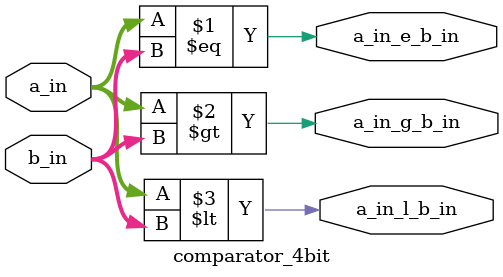
<source format=v>
`timescale 1ns / 1ps


module comparator_4bit#(parameter DATA_WIDTH=4)
                        (input [DATA_WIDTH-1:0] a_in,
                         input [DATA_WIDTH-1:0] b_in,
                         output  a_in_g_b_in,
                         output  a_in_e_b_in,
                         output  a_in_l_b_in);
                        
assign a_in_e_b_in=(a_in ==b_in);
assign a_in_g_b_in=(a_in>b_in);
assign a_in_l_b_in=(a_in<b_in);
endmodule

</source>
